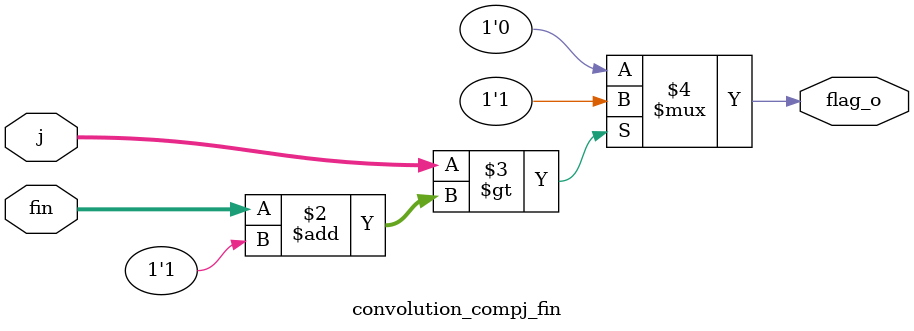
<source format=sv>
/*	
   ===================================================================
   Module Name  : convolution_compj_fin
   Author: Jaciel Hernandez Resendiz   
   Filename     : convolution_compj_fin.sv
   Type         : Verilog Module
   Description  : Este modulo valida si el ciclo interno de la operación de convolución ha terminando
                  
                  Version     : 1.0
   Data        : 05 May 2024
   Revision    : -
   Reviser     : -		

*/
module convolution_compj_fin#(
   parameter DATAWIDTH =5)
(
    input reg [DATAWIDTH-1:0] j,
    input reg [DATAWIDTH-1:0] fin, 
    output reg flag_o
);
always@(*) begin
	flag_o = (j > (fin+1'b1))? 1'b1: 1'b0;
end
endmodule
</source>
